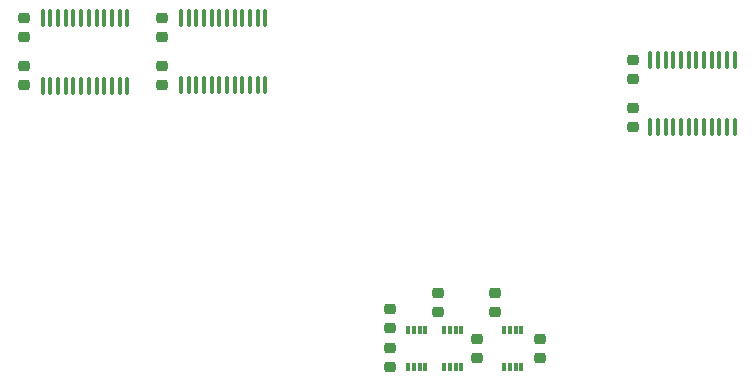
<source format=gbr>
%TF.GenerationSoftware,KiCad,Pcbnew,(5.99.0-7356-g63088e8bdb)*%
%TF.CreationDate,2021-07-14T19:01:45+08:00*%
%TF.ProjectId,DaughterDevBoard,44617567-6874-4657-9244-6576426f6172,rev?*%
%TF.SameCoordinates,Original*%
%TF.FileFunction,Paste,Bot*%
%TF.FilePolarity,Positive*%
%FSLAX46Y46*%
G04 Gerber Fmt 4.6, Leading zero omitted, Abs format (unit mm)*
G04 Created by KiCad (PCBNEW (5.99.0-7356-g63088e8bdb)) date 2021-07-14 19:01:45*
%MOMM*%
%LPD*%
G01*
G04 APERTURE LIST*
G04 Aperture macros list*
%AMRoundRect*
0 Rectangle with rounded corners*
0 $1 Rounding radius*
0 $2 $3 $4 $5 $6 $7 $8 $9 X,Y pos of 4 corners*
0 Add a 4 corners polygon primitive as box body*
4,1,4,$2,$3,$4,$5,$6,$7,$8,$9,$2,$3,0*
0 Add four circle primitives for the rounded corners*
1,1,$1+$1,$2,$3,0*
1,1,$1+$1,$4,$5,0*
1,1,$1+$1,$6,$7,0*
1,1,$1+$1,$8,$9,0*
0 Add four rect primitives between the rounded corners*
20,1,$1+$1,$2,$3,$4,$5,0*
20,1,$1+$1,$4,$5,$6,$7,0*
20,1,$1+$1,$6,$7,$8,$9,0*
20,1,$1+$1,$8,$9,$2,$3,0*%
G04 Aperture macros list end*
%ADD10RoundRect,0.218750X0.256250X-0.218750X0.256250X0.218750X-0.256250X0.218750X-0.256250X-0.218750X0*%
%ADD11RoundRect,0.100000X-0.100000X0.637500X-0.100000X-0.637500X0.100000X-0.637500X0.100000X0.637500X0*%
%ADD12RoundRect,0.218750X-0.256250X0.218750X-0.256250X-0.218750X0.256250X-0.218750X0.256250X0.218750X0*%
%ADD13R,0.300000X0.800000*%
G04 APERTURE END LIST*
D10*
%TO.C,C11*%
X111760000Y-103149500D03*
X111760000Y-101574500D03*
%TD*%
%TO.C,C10*%
X104394000Y-103911500D03*
X104394000Y-102336500D03*
%TD*%
D11*
%TO.C,U7*%
X86726000Y-74353500D03*
X87376000Y-74353500D03*
X88026000Y-74353500D03*
X88676000Y-74353500D03*
X89326000Y-74353500D03*
X89976000Y-74353500D03*
X90626000Y-74353500D03*
X91276000Y-74353500D03*
X91926000Y-74353500D03*
X92576000Y-74353500D03*
X93226000Y-74353500D03*
X93876000Y-74353500D03*
X93876000Y-80078500D03*
X93226000Y-80078500D03*
X92576000Y-80078500D03*
X91926000Y-80078500D03*
X91276000Y-80078500D03*
X90626000Y-80078500D03*
X89976000Y-80078500D03*
X89326000Y-80078500D03*
X88676000Y-80078500D03*
X88026000Y-80078500D03*
X87376000Y-80078500D03*
X86726000Y-80078500D03*
%TD*%
D12*
%TO.C,C14*%
X73406000Y-74396500D03*
X73406000Y-75971500D03*
%TD*%
D10*
%TO.C,C9*%
X124968000Y-83591500D03*
X124968000Y-82016500D03*
%TD*%
D11*
%TO.C,U6*%
X126473000Y-77909500D03*
X127123000Y-77909500D03*
X127773000Y-77909500D03*
X128423000Y-77909500D03*
X129073000Y-77909500D03*
X129723000Y-77909500D03*
X130373000Y-77909500D03*
X131023000Y-77909500D03*
X131673000Y-77909500D03*
X132323000Y-77909500D03*
X132973000Y-77909500D03*
X133623000Y-77909500D03*
X133623000Y-83634500D03*
X132973000Y-83634500D03*
X132323000Y-83634500D03*
X131673000Y-83634500D03*
X131023000Y-83634500D03*
X130373000Y-83634500D03*
X129723000Y-83634500D03*
X129073000Y-83634500D03*
X128423000Y-83634500D03*
X127773000Y-83634500D03*
X127123000Y-83634500D03*
X126473000Y-83634500D03*
%TD*%
D10*
%TO.C,C17*%
X85090000Y-80035500D03*
X85090000Y-78460500D03*
%TD*%
D13*
%TO.C,U5*%
X105930000Y-100812000D03*
X106430000Y-100812000D03*
X106930000Y-100812000D03*
X107430000Y-100812000D03*
X107430000Y-103912000D03*
X106930000Y-103912000D03*
X106430000Y-103912000D03*
X105930000Y-103912000D03*
%TD*%
D12*
%TO.C,C12*%
X124968000Y-77952500D03*
X124968000Y-79527500D03*
%TD*%
D10*
%TO.C,C8*%
X108458000Y-99262500D03*
X108458000Y-97687500D03*
%TD*%
%TO.C,C7*%
X113284000Y-99249500D03*
X113284000Y-97674500D03*
%TD*%
%TO.C,C6*%
X104394000Y-100609500D03*
X104394000Y-99034500D03*
%TD*%
%TO.C,C13*%
X117094000Y-103149500D03*
X117094000Y-101574500D03*
%TD*%
D13*
%TO.C,U4*%
X108978000Y-100825000D03*
X109478000Y-100825000D03*
X109978000Y-100825000D03*
X110478000Y-100825000D03*
X110478000Y-103925000D03*
X109978000Y-103925000D03*
X109478000Y-103925000D03*
X108978000Y-103925000D03*
%TD*%
D10*
%TO.C,C15*%
X73406000Y-80035500D03*
X73406000Y-78460500D03*
%TD*%
D11*
%TO.C,U8*%
X75031000Y-74422000D03*
X75681000Y-74422000D03*
X76331000Y-74422000D03*
X76981000Y-74422000D03*
X77631000Y-74422000D03*
X78281000Y-74422000D03*
X78931000Y-74422000D03*
X79581000Y-74422000D03*
X80231000Y-74422000D03*
X80881000Y-74422000D03*
X81531000Y-74422000D03*
X82181000Y-74422000D03*
X82181000Y-80147000D03*
X81531000Y-80147000D03*
X80881000Y-80147000D03*
X80231000Y-80147000D03*
X79581000Y-80147000D03*
X78931000Y-80147000D03*
X78281000Y-80147000D03*
X77631000Y-80147000D03*
X76981000Y-80147000D03*
X76331000Y-80147000D03*
X75681000Y-80147000D03*
X75031000Y-80147000D03*
%TD*%
D12*
%TO.C,C16*%
X85090000Y-74396500D03*
X85090000Y-75971500D03*
%TD*%
D13*
%TO.C,U3*%
X114054000Y-100812000D03*
X114554000Y-100812000D03*
X115054000Y-100812000D03*
X115554000Y-100812000D03*
X115554000Y-103912000D03*
X115054000Y-103912000D03*
X114554000Y-103912000D03*
X114054000Y-103912000D03*
%TD*%
M02*

</source>
